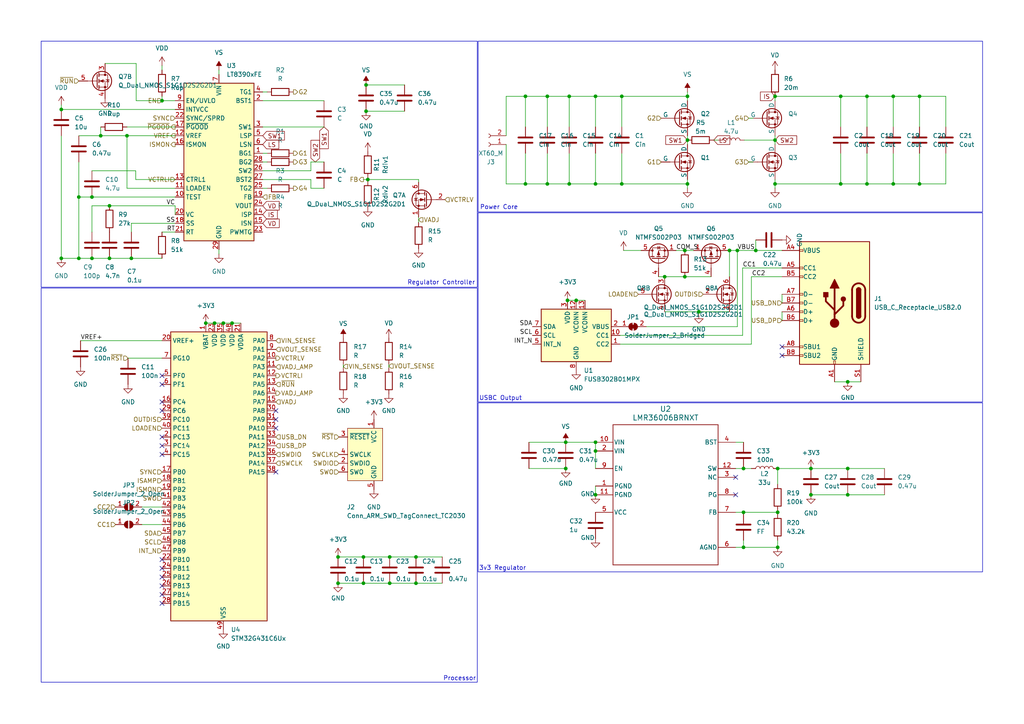
<source format=kicad_sch>
(kicad_sch (version 20230121) (generator eeschema)
  (paper "A4")
  (title_block (title "PD Charger") (date "2024-04-13") (rev "v1.0"))
  (junction (at 120.65 161.544))
  (junction (at 158.75 53.34))
  (junction (at 164.084 135.89))
  (junction (at 36.83 39.37))
  (junction (at 225.552 135.89))
  (junction (at 31.75 59.69))
  (junction (at 31.75 74.93))
  (junction (at 251.46 27.94))
  (junction (at 251.46 53.34))
  (junction (at 213.868 72.644))
  (junction (at 17.78 74.93))
  (junction (at 225.552 148.59))
  (junction (at 59.69 93.726))
  (junction (at 113.03 169.164))
  (junction (at 243.84 27.94))
  (junction (at 158.75 27.94))
  (junction (at 152.4 53.34))
  (junction (at 219.202 72.644))
  (junction (at 245.872 143.51))
  (junction (at 26.67 57.15))
  (junction (at 120.65 169.164))
  (junction (at 105.41 169.164))
  (junction (at 259.08 27.94))
  (junction (at 224.79 53.34))
  (junction (at 266.7 27.94))
  (junction (at 164.084 128.27))
  (junction (at 215.646 158.75))
  (junction (at 198.628 80.264))
  (junction (at 224.79 40.64))
  (junction (at 192.786 80.264))
  (junction (at 106.68 52.07))
  (junction (at 167.132 87.122))
  (junction (at 26.67 74.93))
  (junction (at 235.204 135.89))
  (junction (at 172.72 143.51))
  (junction (at 152.4 27.94))
  (junction (at 164.592 87.122))
  (junction (at 172.72 27.94))
  (junction (at 64.77 93.726))
  (junction (at 38.1 74.93))
  (junction (at 29.21 39.37))
  (junction (at 211.582 72.644))
  (junction (at 98.044 161.544))
  (junction (at 198.628 72.644))
  (junction (at 199.39 53.34))
  (junction (at 165.1 27.94))
  (junction (at 46.99 29.21))
  (junction (at 202.692 90.424))
  (junction (at 172.72 128.27))
  (junction (at 235.204 143.51))
  (junction (at 259.08 53.34))
  (junction (at 180.34 27.94))
  (junction (at 225.552 158.75))
  (junction (at 245.872 135.89))
  (junction (at 67.31 93.726))
  (junction (at 180.34 53.34))
  (junction (at 106.172 24.638))
  (junction (at 199.39 40.64))
  (junction (at 17.78 31.75))
  (junction (at 245.872 110.744))
  (junction (at 62.23 93.726))
  (junction (at 199.39 27.94))
  (junction (at 243.84 53.34))
  (junction (at 106.172 32.258))
  (junction (at 224.79 27.94))
  (junction (at 165.1 53.34))
  (junction (at 266.7 53.34))
  (junction (at 172.72 53.34))
  (junction (at 105.41 161.544))
  (junction (at 98.044 169.164))
  (junction (at 22.86 74.93))
  (junction (at 215.646 135.89))
  (junction (at 215.646 148.59))
  (junction (at 172.72 130.81))
  (junction (at 113.03 161.544))
  (junction (at 22.86 57.15))
  (no_connect (at 46.99 169.926))
  (no_connect (at 226.822 103.124))
  (no_connect (at 80.01 124.206))
  (no_connect (at 80.01 136.906))
  (no_connect (at 226.822 100.584))
  (no_connect (at 80.01 119.126))
  (no_connect (at 46.99 116.586))
  (no_connect (at 46.99 119.126))
  (no_connect (at 46.99 164.846))
  (no_connect (at 46.99 111.506))
  (no_connect (at 46.99 172.466))
  (no_connect (at 80.01 121.666))
  (no_connect (at 46.99 108.966))
  (no_connect (at 46.99 167.386))
  (no_connect (at 46.99 129.286))
  (no_connect (at 213.36 143.51))
  (no_connect (at 46.99 126.746))
  (no_connect (at 46.99 175.006))
  (no_connect (at 213.36 138.43))
  (no_connect (at 46.99 162.306))
  (no_connect (at 46.99 131.826))
  (wire (pts (xy 213.36 135.89) (xy 215.646 135.89)))
  (wire (pts (xy 105.41 169.164) (xy 113.03 169.164)))
  (wire (pts (xy 38.1 67.31) (xy 38.1 64.77)))
  (wire (pts (xy 180.848 72.644) (xy 185.928 72.644)))
  (wire (pts (xy 167.132 87.122) (xy 169.672 87.122)))
  (wire (pts (xy 199.39 52.07) (xy 199.39 53.34)))
  (wire (pts (xy 99.568 105.664) (xy 99.568 106.68)))
  (wire (pts (xy 251.46 44.45) (xy 251.46 53.34)))
  (wire (pts (xy 105.41 161.544) (xy 113.03 161.544)))
  (wire (pts (xy 50.8 54.61) (xy 36.83 54.61)))
  (wire (pts (xy 26.67 57.15) (xy 50.8 57.15)))
  (wire (pts (xy 50.8 59.69) (xy 50.8 62.23)))
  (wire (pts (xy 226.822 90.424) (xy 226.822 92.964)))
  (wire (pts (xy 158.75 53.34) (xy 165.1 53.34)))
  (wire (pts (xy 152.4 44.45) (xy 152.4 53.34)))
  (wire (pts (xy 199.39 26.67) (xy 199.39 27.94)))
  (wire (pts (xy 76.2 26.67) (xy 77.47 26.67)))
  (wire (pts (xy 36.83 54.61) (xy 36.83 39.37)))
  (wire (pts (xy 215.646 148.59) (xy 225.552 148.59)))
  (wire (pts (xy 67.31 93.726) (xy 69.85 93.726)))
  (wire (pts (xy 243.84 27.94) (xy 224.79 27.94)))
  (wire (pts (xy 180.34 36.83) (xy 180.34 27.94)))
  (wire (pts (xy 112.776 105.664) (xy 112.776 106.68)))
  (wire (pts (xy 225.552 148.082) (xy 225.552 148.59)))
  (wire (pts (xy 199.39 39.37) (xy 199.39 40.64)))
  (wire (pts (xy 165.1 53.34) (xy 172.72 53.34)))
  (wire (pts (xy 26.67 74.93) (xy 31.75 74.93)))
  (wire (pts (xy 251.46 27.94) (xy 243.84 27.94)))
  (wire (pts (xy 106.172 24.638) (xy 117.348 24.638)))
  (wire (pts (xy 120.65 169.164) (xy 128.27 169.164)))
  (wire (pts (xy 152.4 27.94) (xy 158.75 27.94)))
  (wire (pts (xy 29.21 36.83) (xy 29.21 39.37)))
  (wire (pts (xy 76.2 29.21) (xy 93.98 29.21)))
  (wire (pts (xy 202.692 90.424) (xy 211.582 90.424)))
  (wire (pts (xy 172.72 140.97) (xy 172.72 143.51)))
  (wire (pts (xy 245.872 135.89) (xy 256.54 135.89)))
  (wire (pts (xy 172.72 130.81) (xy 172.72 135.89)))
  (wire (pts (xy 165.1 36.83) (xy 165.1 27.94)))
  (wire (pts (xy 199.39 53.34) (xy 199.39 54.61)))
  (wire (pts (xy 266.7 53.34) (xy 259.08 53.34)))
  (wire (pts (xy 215.646 156.718) (xy 215.646 158.75)))
  (wire (pts (xy 213.36 148.59) (xy 215.646 148.59)))
  (wire (pts (xy 180.34 44.45) (xy 180.34 53.34)))
  (wire (pts (xy 39.497 18.415) (xy 39.497 29.21)))
  (wire (pts (xy 146.812 41.91) (xy 146.812 53.34)))
  (wire (pts (xy 38.1 64.77) (xy 50.8 64.77)))
  (wire (pts (xy 217.932 80.264) (xy 226.822 80.264)))
  (wire (pts (xy 62.23 93.726) (xy 64.77 93.726)))
  (wire (pts (xy 199.39 40.64) (xy 199.39 41.91)))
  (wire (pts (xy 153.416 135.89) (xy 164.084 135.89)))
  (wire (pts (xy 165.1 44.45) (xy 165.1 53.34)))
  (wire (pts (xy 46.99 19.05) (xy 46.99 20.32)))
  (wire (pts (xy 76.2 54.61) (xy 77.47 54.61)))
  (wire (pts (xy 235.204 143.51) (xy 245.872 143.51)))
  (wire (pts (xy 243.84 44.45) (xy 243.84 53.34)))
  (wire (pts (xy 251.46 36.83) (xy 251.46 27.94)))
  (wire (pts (xy 226.822 85.344) (xy 226.822 87.884)))
  (wire (pts (xy 153.416 128.27) (xy 164.084 128.27)))
  (wire (pts (xy 30.48 18.415) (xy 39.497 18.415)))
  (wire (pts (xy 22.86 39.37) (xy 29.21 39.37)))
  (wire (pts (xy 266.7 44.45) (xy 266.7 53.34)))
  (wire (pts (xy 198.628 72.644) (xy 201.168 72.644)))
  (wire (pts (xy 17.78 31.75) (xy 50.8 31.75)))
  (wire (pts (xy 90.17 54.61) (xy 93.98 54.61)))
  (wire (pts (xy 259.08 53.34) (xy 251.46 53.34)))
  (wire (pts (xy 217.17 46.99) (xy 218.44 46.99)))
  (wire (pts (xy 39.497 29.21) (xy 46.99 29.21)))
  (wire (pts (xy 113.03 161.544) (xy 120.65 161.544)))
  (wire (pts (xy 224.79 39.37) (xy 224.79 40.64)))
  (wire (pts (xy 39.37 49.53) (xy 39.37 52.07)))
  (wire (pts (xy 120.65 161.544) (xy 128.27 161.544)))
  (wire (pts (xy 243.84 36.83) (xy 243.84 27.94)))
  (wire (pts (xy 259.08 36.83) (xy 259.08 27.94)))
  (wire (pts (xy 22.86 74.93) (xy 17.78 74.93)))
  (wire (pts (xy 59.69 93.726) (xy 62.23 93.726)))
  (wire (pts (xy 192.786 90.424) (xy 202.692 90.424)))
  (wire (pts (xy 180.34 27.94) (xy 199.39 27.94)))
  (wire (pts (xy 76.2 49.53) (xy 90.17 49.53)))
  (wire (pts (xy 259.08 44.45) (xy 259.08 53.34)))
  (wire (pts (xy 259.08 27.94) (xy 251.46 27.94)))
  (wire (pts (xy 39.37 52.07) (xy 50.8 52.07)))
  (wire (pts (xy 41.148 147.066) (xy 46.99 147.066)))
  (wire (pts (xy 164.592 87.122) (xy 167.132 87.122)))
  (wire (pts (xy 31.75 74.93) (xy 38.1 74.93)))
  (wire (pts (xy 213.36 158.75) (xy 215.646 158.75)))
  (wire (pts (xy 121.412 52.07) (xy 121.412 52.832)))
  (wire (pts (xy 179.832 99.822) (xy 217.932 99.822)))
  (wire (pts (xy 90.17 46.99) (xy 93.98 46.99)))
  (wire (pts (xy 192.786 80.264) (xy 198.628 80.264)))
  (wire (pts (xy 172.72 27.94) (xy 180.34 27.94)))
  (wire (pts (xy 224.79 53.34) (xy 224.79 54.61)))
  (wire (pts (xy 213.868 72.644) (xy 219.202 72.644)))
  (wire (pts (xy 191.008 80.264) (xy 192.786 80.264)))
  (wire (pts (xy 46.99 27.94) (xy 46.99 29.21)))
  (wire (pts (xy 36.83 39.37) (xy 50.8 39.37)))
  (wire (pts (xy 199.39 27.94) (xy 199.39 29.21)))
  (wire (pts (xy 217.932 99.822) (xy 217.932 80.264)))
  (wire (pts (xy 207.01 40.64) (xy 208.28 40.64)))
  (wire (pts (xy 36.83 36.83) (xy 50.8 36.83)))
  (wire (pts (xy 38.1 74.93) (xy 46.99 74.93)))
  (wire (pts (xy 76.2 46.99) (xy 77.47 46.99)))
  (wire (pts (xy 215.646 158.75) (xy 225.552 158.75)))
  (wire (pts (xy 90.17 49.53) (xy 90.17 46.99)))
  (wire (pts (xy 63.5 72.39) (xy 63.5 73.66)))
  (wire (pts (xy 106.172 32.258) (xy 117.348 32.258)))
  (wire (pts (xy 46.99 67.31) (xy 50.8 67.31)))
  (wire (pts (xy 215.392 77.724) (xy 226.822 77.724)))
  (wire (pts (xy 106.68 51.562) (xy 106.68 52.07)))
  (wire (pts (xy 76.2 52.07) (xy 90.17 52.07)))
  (wire (pts (xy 245.872 110.744) (xy 249.682 110.744)))
  (wire (pts (xy 26.67 59.69) (xy 31.75 59.69)))
  (wire (pts (xy 211.582 72.644) (xy 213.868 72.644)))
  (wire (pts (xy 219.202 69.596) (xy 219.202 72.644)))
  (wire (pts (xy 202.692 91.186) (xy 202.692 90.424)))
  (wire (pts (xy 225.552 135.89) (xy 235.204 135.89)))
  (wire (pts (xy 165.1 27.94) (xy 172.72 27.94)))
  (wire (pts (xy 152.4 53.34) (xy 158.75 53.34)))
  (wire (pts (xy 215.646 135.89) (xy 217.932 135.89)))
  (wire (pts (xy 213.868 72.644) (xy 213.868 94.742)))
  (wire (pts (xy 245.872 143.51) (xy 256.54 143.51)))
  (wire (pts (xy 215.646 148.59) (xy 215.646 149.098)))
  (wire (pts (xy 76.2 44.45) (xy 77.47 44.45)))
  (wire (pts (xy 215.392 97.282) (xy 215.392 77.724)))
  (wire (pts (xy 22.86 57.15) (xy 22.86 74.93)))
  (wire (pts (xy 187.452 94.742) (xy 213.868 94.742)))
  (wire (pts (xy 105.41 52.07) (xy 106.68 52.07)))
  (wire (pts (xy 22.86 74.93) (xy 26.67 74.93)))
  (wire (pts (xy 37.1348 103.886) (xy 46.99 103.886)))
  (wire (pts (xy 243.84 53.34) (xy 224.79 53.34)))
  (wire (pts (xy 225.552 148.59) (xy 225.552 149.098)))
  (wire (pts (xy 23.368 98.806) (xy 46.99 98.806)))
  (wire (pts (xy 242.062 110.744) (xy 245.872 110.744)))
  (wire (pts (xy 172.72 128.27) (xy 172.72 130.81)))
  (wire (pts (xy 121.412 62.992) (xy 121.412 64.516)))
  (wire (pts (xy 196.088 72.644) (xy 198.628 72.644)))
  (wire (pts (xy 158.75 27.94) (xy 165.1 27.94)))
  (wire (pts (xy 274.32 27.94) (xy 266.7 27.94)))
  (wire (pts (xy 64.77 93.726) (xy 67.31 93.726)))
  (wire (pts (xy 224.79 40.64) (xy 224.79 41.91)))
  (wire (pts (xy 274.32 44.45) (xy 274.32 53.34)))
  (wire (pts (xy 235.204 135.89) (xy 245.872 135.89)))
  (wire (pts (xy 274.32 36.83) (xy 274.32 27.94)))
  (wire (pts (xy 26.67 49.53) (xy 39.37 49.53)))
  (wire (pts (xy 106.68 52.07) (xy 121.412 52.07)))
  (wire (pts (xy 225.552 135.89) (xy 225.552 140.462)))
  (wire (pts (xy 152.4 36.83) (xy 152.4 27.94)))
  (wire (pts (xy 224.79 52.07) (xy 224.79 53.34)))
  (wire (pts (xy 224.79 27.94) (xy 224.79 29.21)))
  (wire (pts (xy 180.34 53.34) (xy 199.39 53.34)))
  (wire (pts (xy 26.67 67.31) (xy 26.67 59.69)))
  (wire (pts (xy 146.812 27.94) (xy 146.812 39.37)))
  (wire (pts (xy 225.552 156.718) (xy 225.552 158.75)))
  (wire (pts (xy 17.78 39.37) (xy 17.78 74.93)))
  (wire (pts (xy 29.21 39.37) (xy 36.83 39.37)))
  (wire (pts (xy 274.32 53.34) (xy 266.7 53.34)))
  (wire (pts (xy 22.86 46.99) (xy 22.86 57.15)))
  (wire (pts (xy 106.68 52.07) (xy 106.68 52.578)))
  (wire (pts (xy 179.832 97.282) (xy 215.392 97.282)))
  (wire (pts (xy 22.86 57.15) (xy 26.67 57.15)))
  (wire (pts (xy 90.17 52.07) (xy 90.17 54.61)))
  (wire (pts (xy 31.75 59.69) (xy 50.8 59.69)))
  (wire (pts (xy 172.72 53.34) (xy 180.34 53.34)))
  (wire (pts (xy 215.9 40.64) (xy 224.79 40.64)))
  (wire (pts (xy 158.75 36.83) (xy 158.75 27.94)))
  (wire (pts (xy 113.03 169.164) (xy 120.65 169.164)))
  (wire (pts (xy 266.7 36.83) (xy 266.7 27.94)))
  (wire (pts (xy 198.628 80.264) (xy 206.248 80.264)))
  (wire (pts (xy 146.812 27.94) (xy 152.4 27.94)))
  (wire (pts (xy 63.5 20.32) (xy 63.5 21.59)))
  (wire (pts (xy 41.148 152.146) (xy 46.99 152.146)))
  (wire (pts (xy 172.72 44.45) (xy 172.72 53.34)))
  (wire (pts (xy 266.7 27.94) (xy 259.08 27.94)))
  (wire (pts (xy 251.46 53.34) (xy 243.84 53.34)))
  (wire (pts (xy 213.36 128.27) (xy 215.646 128.27)))
  (wire (pts (xy 17.78 30.48) (xy 17.78 31.75)))
  (wire (pts (xy 98.044 161.544) (xy 105.41 161.544)))
  (wire (pts (xy 46.99 29.21) (xy 50.8 29.21)))
  (wire (pts (xy 211.582 72.644) (xy 211.328 72.644)))
  (wire (pts (xy 146.812 53.34) (xy 152.4 53.34)))
  (wire (pts (xy 217.17 34.29) (xy 218.44 34.29)))
  (wire (pts (xy 98.044 169.164) (xy 105.41 169.164)))
  (wire (pts (xy 226.822 72.644) (xy 219.202 72.644)))
  (wire (pts (xy 172.72 36.83) (xy 172.72 27.94)))
  (wire (pts (xy 76.2 36.83) (xy 93.98 36.83)))
  (wire (pts (xy 211.582 80.264) (xy 211.582 72.644)))
  (wire (pts (xy 164.084 128.27) (xy 172.72 128.27)))
  (wire (pts (xy 158.75 44.45) (xy 158.75 53.34)))
  (rectangle (start 11.938 11.938) (end 138.43 83.312))
  (rectangle (start 138.684 116.84) (end 284.988 165.862))
  (rectangle (start 138.684 11.938) (end 284.988 61.468))
  (rectangle (start 138.684 61.722) (end 284.988 116.586))
  (rectangle (start 11.938 83.566) (end 138.43 197.866))
  (text "3v3 Regulator" (at 138.938 165.608 0) (effects (font (size 1.27 1.27)) (justify left bottom)))
  (text "Processor" (at 128.524 197.612 0) (effects (font (size 1.27 1.27)) (justify left bottom)))
  (text "Power Core" (at 139.192 60.96 0) (effects (font (size 1.27 1.27)) (justify left bottom)))
  (text "Regulator Controller" (at 118.11 82.804 0) (effects (font (size 1.27 1.27)) (justify left bottom)))
  (text "USBC Output" (at 138.938 116.332 0) (effects (font (size 1.27 1.27)) (justify left bottom)))
  (label "VC" (at 50.8 59.69 180))
  (label "SS" (at 50.8 64.77 180))
  (label "COM_S" (at 196.088 72.644 0))
  (label "CC2" (at 218.059 80.264 0))
  (label "SCL" (at 154.432 97.282 180))
  (label "VBUS" (at 213.868 72.644 0))
  (label "INT_N" (at 154.432 99.822 180))
  (label "RT" (at 50.8 67.31 180))
  (label "VREF+" (at 23.368 98.806 0))
  (label "SDA" (at 154.432 94.742 180))
  (label "CC1" (at 215.392 77.724 0))
  (global_label "SW2" (shape input) (at 224.79 40.64 0) (property "Intersheetrefs" "${INTERSHEET_REFS}" (effects hide)))
  (global_label "SW1" (shape input) (at 199.39 40.64 180) (property "Intersheetrefs" "${INTERSHEET_REFS}" (effects hide)))
  (global_label "VD" (shape input) (at 76.2 59.69 0) (property "Intersheetrefs" "${INTERSHEET_REFS}" (effects hide)))
  (global_label "SW1" (shape input) (at 76.2 39.37 0) (property "Intersheetrefs" "${INTERSHEET_REFS}" (effects hide)))
  (global_label "IS" (shape input) (at 76.2 62.23 0) (property "Intersheetrefs" "${INTERSHEET_REFS}" (effects hide)))
  (global_label "SW2" (shape input) (at 91.44 46.99 90) (property "Intersheetrefs" "${INTERSHEET_REFS}" (effects hide)))
  (global_label "IS" (shape input) (at 224.79 27.94 180) (property "Intersheetrefs" "${INTERSHEET_REFS}" (effects hide)))
  (global_label "SW1" (shape input) (at 93.98 36.83 270) (property "Intersheetrefs" "${INTERSHEET_REFS}" (effects hide)))
  (global_label "LS" (shape input) (at 76.2 41.91 0) (property "Intersheetrefs" "${INTERSHEET_REFS}" (effects hide)))
  (global_label "LS" (shape input) (at 207.01 40.64 0) (property "Intersheetrefs" "${INTERSHEET_REFS}" (effects hide)))
  (global_label "VD" (shape input) (at 76.2 64.77 0) (property "Intersheetrefs" "${INTERSHEET_REFS}" (effects hide)))
  (hierarchical_label "USB_DN" (shape input) (at 226.822 87.884 180))
  (hierarchical_label "G4" (shape output) (at 85.09 54.61 0))
  (hierarchical_label "G2" (shape output) (at 85.09 26.67 0))
  (hierarchical_label "G4" (shape input) (at 217.17 34.29 180))
  (hierarchical_label "USB_DP" (shape input) (at 80.01 129.286 0))
  (hierarchical_label "EN" (shape input) (at 46.99 29.21 180) (property "Netclass" "Default" (effects hide)))
  (hierarchical_label "LOADEN" (shape input) (at 46.99 124.206 180))
  (hierarchical_label "VADJ" (shape input) (at 80.01 116.586 0))
  (hierarchical_label "SWO" (shape input) (at 98.298 136.906 180))
  (hierarchical_label "SWCLK" (shape input) (at 98.298 131.826 180))
  (hierarchical_label "G2" (shape input) (at 191.77 34.29 180))
  (hierarchical_label "VIN_SENSE" (shape input) (at 99.568 106.299 0))
  (hierarchical_label "CC2" (shape input) (at 33.528 147.066 180))
  (hierarchical_label "VCTRLV" (shape input) (at 129.032 57.912 0))
  (hierarchical_label "ISAMP" (shape input) (at 46.99 139.446 180))
  (hierarchical_label "SWDIO" (shape input) (at 80.01 131.826 0))
  (hierarchical_label "~{RUN}" (shape input) (at 22.86 23.495 180))
  (hierarchical_label "~{RUN}" (shape input) (at 80.01 111.506 0))
  (hierarchical_label "VOUT_SENSE" (shape input) (at 80.01 101.346 0))
  (hierarchical_label "G3" (shape output) (at 85.09 46.99 0))
  (hierarchical_label "OUTDIS" (shape input) (at 203.962 85.344 180))
  (hierarchical_label "SCL" (shape input) (at 46.99 157.226 180))
  (hierarchical_label "~{RST}" (shape input) (at 37.1348 103.886 180))
  (hierarchical_label "ISMON" (shape input) (at 46.99 141.986 180))
  (hierarchical_label "VREF" (shape output) (at 50.8 39.37 180))
  (hierarchical_label "G1" (shape input) (at 191.77 46.99 180))
  (hierarchical_label "VCTRLI" (shape input) (at 50.8 52.07 180))
  (hierarchical_label "~{PGOOD}" (shape output) (at 50.8 36.83 180))
  (hierarchical_label "~{RST}" (shape input) (at 98.298 126.746 180))
  (hierarchical_label "CC1" (shape input) (at 33.528 152.146 180))
  (hierarchical_label "VOUT_SENSE" (shape input) (at 112.776 106.172 0))
  (hierarchical_label "USB_DP" (shape input) (at 226.822 92.964 180))
  (hierarchical_label "G3" (shape input) (at 217.17 46.99 180))
  (hierarchical_label "LOADEN" (shape input) (at 185.166 85.344 180))
  (hierarchical_label "VADJ" (shape input) (at 121.412 63.754 0))
  (hierarchical_label "FB" (shape input) (at 76.2 57.15 0))
  (hierarchical_label "VCTRLI" (shape output) (at 80.01 108.966 0))
  (hierarchical_label "G1" (shape output) (at 85.09 44.45 0))
  (hierarchical_label "SYNC" (shape input) (at 46.99 136.906 180))
  (hierarchical_label "VCTRLV" (shape output) (at 80.01 103.886 0))
  (hierarchical_label "SYNC" (shape input) (at 50.8 34.29 180))
  (hierarchical_label "VADJ_AMP" (shape input) (at 80.01 106.426 0))
  (hierarchical_label "FB" (shape output) (at 105.41 52.07 180))
  (hierarchical_label "SDA" (shape input) (at 46.99 154.686 180))
  (hierarchical_label "VADJ_AMP" (shape output) (at 80.01 114.046 0))
  (hierarchical_label "ISMON" (shape output) (at 50.8 41.91 180))
  (hierarchical_label "SWDIO" (shape input) (at 98.298 134.366 180))
  (hierarchical_label "USB_DN" (shape input) (at 80.01 126.746 0))
  (hierarchical_label "SWO" (shape input) (at 46.99 144.526 180))
  (hierarchical_label "OUTDIS" (shape input) (at 46.99 121.666 180))
  (hierarchical_label "SWCLK" (shape input) (at 80.01 134.366 0))
  (hierarchical_label "INT_N" (shape input) (at 46.99 159.766 180))
  (hierarchical_label "VIN_SENSE" (shape input) (at 80.01 98.806 0))
  (symbol (lib_id "power:GND") (at 106.172 32.258 0) (unit 1)
    (property "Reference" "#PWR039" (effects hide))
    (property "Value" "GND" (at 106.172 36.576 0))
  )
  (symbol (lib_id "Device:C") (at 120.65 165.354 0) (unit 1)
    (property "Reference" "C24" (at 122.428 162.814 0) (effects (justify left)))
    (property "Value" "0.1u" (at 122.428 167.894 0) (effects (justify left)))
    (property "Footprint" "Capacitor_SMD:C_0603_1608Metric" (effects hide))
  )
  (symbol (lib_id "Device:C") (at 164.084 132.08 180) (unit 1)
    (property "Reference" "C31" (at 167.894 130.81 0) (effects (justify right)))
    (property "Value" "0.47u" (at 167.894 133.35 0) (effects (justify right)))
    (property "Footprint" "Capacitor_SMD:C_0805_2012Metric" (effects hide))
  )
  (symbol (lib_id "2024-04-12_02-42-06:LMR36006BRNXT") (at 193.04 143.51 0) (unit 1)
    (property "Reference" "U2" (at 193.04 118.618 0) (effects (font (size 1.524 1.524))))
    (property "Value" "LMR36006BRNXT" (at 193.04 121.158 0) (effects (font (size 1.524 1.524))))
    (property "Footprint" "Library:RNX0012B" (effects hide))
    (property "Datasheet" "LMR36006BRNXT" (effects hide))
  )
  (symbol (lib_id "power:+3V3") (at 98.044 161.544 0) (unit 1)
    (property "Reference" "#PWR028" (effects hide))
    (property "Value" "+3V3" (at 98.044 156.464 0))
  )
  (symbol (lib_id "Device:C") (at 245.872 139.7 0) (unit 1)
    (property "Reference" "C28" (at 249.682 138.43 0) (effects (justify left)))
    (property "Value" "Cout" (at 249.682 140.97 0) (effects (justify left)))
    (property "Footprint" "Capacitor_SMD:C_1206_3216Metric" (effects hide))
  )
  (symbol (lib_id "Device:C") (at 31.75 71.12 0) (unit 1)
    (property "Reference" "C8" (at 30.48 77.47 0) (effects (justify left)))
    (property "Value" "4.7n" (at 30.48 80.01 0) (effects (justify left)))
    (property "Footprint" "Capacitor_SMD:C_0603_1608Metric" (effects hide))
  )
  (symbol (lib_id "power:VD") (at 224.79 20.32 0) (unit 1)
    (property "Reference" "#PWR04" (effects hide))
    (property "Value" "VD" (at 224.79 16.002 0))
  )
  (symbol (lib_id "Device:R") (at 81.28 54.61 90) (unit 1)
    (property "Reference" "R4" (at 81.28 57.15 90))
    (property "Value" "R" (at 81.28 59.69 90))
    (property "Footprint" "Resistor_SMD:R_0603_1608Metric" (effects hide))
  )
  (symbol (lib_id "Device:L") (at 212.09 40.64 90) (unit 1)
    (property "Reference" "L1" (at 212.09 35.56 90))
    (property "Value" "4.7u" (at 212.09 38.1 90))
    (property "Footprint" "Inductor_SMD:L_Vishay_IHLP-6767" (effects hide))
    (property "Datasheet" "https://www.vishay.com/docs/34282/ihlp-6767gz-11.pdf" (effects hide))
  )
  (symbol (lib_id "Device:C") (at 223.012 69.596 270) (unit 1)
    (property "Reference" "C22" (at 221.234 73.914 90) (effects (justify left)))
    (property "Value" "0.47u" (at 221.234 76.454 90) (effects (justify left)))
    (property "Footprint" "Capacitor_SMD:C_0805_2012Metric" (effects hide))
  )
  (symbol (lib_id "Device:C") (at 113.03 165.354 0) (unit 1)
    (property "Reference" "C23" (at 114.808 162.814 0) (effects (justify left)))
    (property "Value" "0.1u" (at 114.808 167.894 0) (effects (justify left)))
    (property "Footprint" "Capacitor_SMD:C_0603_1608Metric" (effects hide))
  )
  (symbol (lib_id "power:GND") (at 106.68 60.198 0) (unit 1)
    (property "Reference" "#PWR010" (effects hide))
    (property "Value" "GND" (at 106.68 65.278 0))
  )
  (symbol (lib_id "power:VD") (at 106.68 43.942 0) (unit 1)
    (property "Reference" "#PWR011" (effects hide))
    (property "Value" "VD" (at 106.68 38.862 0))
  )
  (symbol (lib_id "Connector:Conn_01x02_Socket") (at 141.732 41.91 180) (unit 1)
    (property "Reference" "J3" (at 142.367 46.99 0))
    (property "Value" "XT60_M" (at 142.367 44.45 0))
    (property "Footprint" "Connector_AMASS:AMASS_XT60PW-M_1x02_P7.20mm_Horizontal" (effects hide))
  )
  (symbol (lib_id "Device:C") (at 26.67 71.12 0) (unit 1)
    (property "Reference" "C9" (at 24.13 77.47 0) (effects (justify left)))
    (property "Value" "100p" (at 24.13 80.01 0) (effects (justify left)))
    (property "Footprint" "Capacitor_SMD:C_0603_1608Metric" (effects hide))
  )
  (symbol (lib_id "power:GND") (at 172.72 156.21 0) (unit 1)
    (property "Reference" "#PWR037" (effects hide))
    (property "Value" "GND" (at 170.434 155.956 0))
  )
  (symbol (lib_id "Device:C") (at 128.27 165.354 0) (unit 1)
    (property "Reference" "C25" (at 130.048 162.814 0) (effects (justify left)))
    (property "Value" "0.47u" (at 130.048 167.894 0) (effects (justify left)))
    (property "Footprint" "Capacitor_SMD:C_0603_1608Metric" (effects hide))
  )
  (symbol (lib_id "Device:C") (at 180.34 40.64 0) (unit 1)
    (property "Reference" "C1" (at 184.15 39.37 0) (effects (justify left)))
    (property "Value" "Cin" (at 184.15 41.91 0) (effects (justify left)))
    (property "Footprint" "Capacitor_SMD:CP_Elec_10x7.9" (effects hide))
  )
  (symbol (lib_id "Device:C") (at 106.172 28.448 180) (unit 1)
    (property "Reference" "C35" (at 109.982 27.178 0) (effects (justify right)))
    (property "Value" "0.47u" (at 109.982 29.718 0) (effects (justify right)))
    (property "Footprint" "Capacitor_SMD:C_0805_2012Metric" (effects hide))
  )
  (symbol (lib_id "power:+3V3") (at 235.204 135.89 0) (unit 1)
    (property "Reference" "#PWR036" (effects hide))
    (property "Value" "+3V3" (at 235.204 131.318 0))
  )
  (symbol (lib_id "power:VD") (at 112.776 98.044 0) (unit 1)
    (property "Reference" "#PWR020" (effects hide))
    (property "Value" "VD" (at 112.776 93.726 0))
  )
  (symbol (lib_id "power:GND") (at 23.368 106.426 0) (unit 1)
    (property "Reference" "#PWR030" (effects hide))
    (property "Value" "GND" (at 23.368 111.506 0))
  )
  (symbol (lib_id "power:GND") (at 172.72 143.51 0) (unit 1)
    (property "Reference" "#PWR033" (effects hide))
    (property "Value" "GND" (at 170.434 143.256 0))
  )
  (symbol (lib_id "Transistor_FET:AON6411") (at 191.008 75.184 90) (unit 1)
    (property "Reference" "Q5" (at 191.008 66.294 90))
    (property "Value" "NTMFS002P03" (at 191.008 68.834 90))
    (property "Footprint" "Package_DFN_QFN:AO_DFN-8-1EP_5.55x5.2mm_P1.27mm_EP4.12x4.6mm" (effects hide))
    (property "Datasheet" "http://www.aosmd.com/res/data_sheets/AON6411.pdf" (effects hide))
    (property "Sim.Device" "PMOS" (effects hide))
    (property "Sim.Type" "VDMOS" (effects hide))
    (property "Sim.Pins" "1=D 2=G 3=S" (effects hide))
  )
  (symbol (lib_id "Device:C") (at 235.204 139.7 0) (unit 1)
    (property "Reference" "C27" (at 239.014 138.43 0) (effects (justify left)))
    (property "Value" "Cout" (at 239.014 140.97 0) (effects (justify left)))
    (property "Footprint" "Capacitor_SMD:C_1206_3216Metric" (effects hide))
  )
  (symbol (lib_id "power:GND") (at 225.552 158.75 0) (unit 1)
    (property "Reference" "#PWR031" (effects hide))
    (property "Value" "GND" (at 225.552 164.084 0))
  )
  (symbol (lib_id "Simulation_SPICE:NMOS") (at 196.85 34.29 0) (unit 1)
    (property "Reference" "Q2" (at 203.2 33.02 0) (effects (justify left)))
    (property "Value" "NMOS" (effects hide))
    (property "Footprint" "Library:ECP2302" (effects hide))
    (property "Datasheet" "https://ngspice.sourceforge.io/docs/ngspice-manual.pdf" (effects hide))
    (property "Sim.Device" "NMOS" (effects hide))
    (property "Sim.Type" "VDMOS" (effects hide))
    (property "Sim.Pins" "1=D 2=G 3=S" (effects hide))
  )
  (symbol (lib_id "Device:R") (at 99.568 101.854 0) (unit 1)
    (property "Reference" "R17" (at 102.489 100.584 0) (effects (justify left)))
    (property "Value" "R" (at 102.489 103.124 0) (effects (justify left)))
    (property "Footprint" "Resistor_SMD:R_0603_1608Metric" (effects hide))
  )
  (symbol (lib_id "Device:C") (at 274.32 40.64 0) (unit 1)
    (property "Reference" "C21" (at 278.13 39.37 0) (effects (justify left)))
    (property "Value" "Cout" (at 278.13 41.91 0) (effects (justify left)))
    (property "Footprint" "Capacitor_SMD:C_1206_3216Metric" (effects hide))
  )
  (symbol (lib_id "Device:C") (at 22.86 43.18 0) (unit 1)
    (property "Reference" "C6" (at 26.67 41.91 0) (effects (justify left)))
    (property "Value" "0.47u" (at 26.67 44.45 0) (effects (justify left)))
    (property "Footprint" "Capacitor_SMD:C_0603_1608Metric" (effects hide))
  )
  (symbol (lib_id "Device:R") (at 99.568 110.49 0) (unit 1)
    (property "Reference" "R18" (at 102.489 109.22 0) (effects (justify left)))
    (property "Value" "R" (at 102.489 111.76 0) (effects (justify left)))
    (property "Footprint" "Resistor_SMD:R_0603_1608Metric" (effects hide))
  )
  (symbol (lib_id "power:GND") (at 121.412 72.136 0) (unit 1)
    (property "Reference" "#PWR018" (effects hide))
    (property "Value" "GND" (at 121.412 76.962 0))
  )
  (symbol (lib_id "power:GND") (at 63.5 73.66 0) (unit 1)
    (property "Reference" "#PWR05" (effects hide))
    (property "Value" "GND" (at 63.5 78.74 0))
  )
  (symbol (lib_id "power:VS") (at 99.568 98.044 0) (unit 1)
    (property "Reference" "#PWR022" (effects hide))
    (property "Value" "VS" (at 99.568 93.853 0))
  )
  (symbol (lib_id "Device:R") (at 198.628 76.454 0) (unit 1)
    (property "Reference" "R13" (at 201.168 75.184 0) (effects (justify left)))
    (property "Value" "51k" (at 201.168 77.724 0) (effects (justify left)))
    (property "Footprint" "Resistor_SMD:R_0603_1608Metric" (effects hide))
  )
  (symbol (lib_id "power:VDD") (at 46.99 19.05 0) (unit 1)
    (property "Reference" "#PWR07" (effects hide))
    (property "Value" "VDD" (at 46.99 13.97 0))
  )
  (symbol (lib_id "Device:R") (at 106.68 47.752 180) (unit 1)
    (property "Reference" "R11" (at 109.22 47.752 90))
    (property "Value" "Rdiv1" (at 111.76 47.752 90))
    (property "Footprint" "Resistor_SMD:R_0603_1608Metric" (effects hide))
  )
  (symbol (lib_id "Driver_LED:LT8391xFE") (at 63.5 46.99 0) (unit 1)
    (property "Reference" "U3" (at 65.6941 19.05 0) (effects (justify left)))
    (property "Value" "LT8390xFE" (at 65.6941 21.59 0) (effects (justify left)))
    (property "Footprint" "Package_SO:TSSOP-28-1EP_4.4x9.7mm_P0.65mm" (effects hide))
    (property "Datasheet" "https://www.analog.com/media/en/technical-documentation/data-sheets/lt8390.pdf" (effects hide))
  )
  (symbol (lib_id "power:+3V3") (at 164.592 87.122 0) (unit 1)
    (property "Reference" "#PWR040" (effects hide))
    (property "Value" "+3V3" (at 164.592 81.788 0))
  )
  (symbol (lib_id "power:GND") (at 226.822 69.596 90) (unit 1)
    (property "Reference" "#PWR016" (effects hide))
    (property "Value" "GND" (at 231.902 69.596 0))
  )
  (symbol (lib_id "Device:C") (at 105.41 165.354 0) (unit 1)
    (property "Reference" "C13" (at 107.188 162.814 0) (effects (justify left)))
    (property "Value" "0.1u" (at 107.188 167.894 0) (effects (justify left)))
    (property "Footprint" "Capacitor_SMD:C_0603_1608Metric" (effects hide))
  )
  (symbol (lib_id "Device:R") (at 203.2 40.64 90) (unit 1)
    (property "Reference" "R5" (at 203.2 35.56 90))
    (property "Value" "5m" (at 203.2 38.1 90))
    (property "Footprint" "Resistor_SMD:R_1206_3216Metric" (effects hide))
    (property "Datasheet" "https://www.ohmite.com/assets/docs/res_lvt.pdf?r=false" (effects hide))
  )
  (symbol (lib_id "Device:C") (at 172.72 40.64 0) (unit 1)
    (property "Reference" "C14" (at 176.53 39.37 0) (effects (justify left)))
    (property "Value" "Cin" (at 176.53 41.91 0) (effects (justify left)))
    (property "Footprint" "Capacitor_SMD:C_1206_3216Metric" (effects hide))
  )
  (symbol (lib_id "MCU_ST_STM32G4:STM32G431C6Ux") (at 62.23 139.446 0) (unit 1)
    (property "Reference" "U4" (at 66.9641 182.626 0) (effects (justify left)))
    (property "Value" "STM32G431C6Ux" (at 66.9641 185.166 0) (effects (justify left)))
    (property "Footprint" "Package_DFN_QFN:QFN-48-1EP_7x7mm_P0.5mm_EP5.6x5.6mm" (effects hide))
    (property "Datasheet" "https://www.st.com/resource/en/datasheet/stm32g431c6.pdf" (effects hide))
  )
  (symbol (lib_id "Device:C") (at 251.46 40.64 0) (unit 1)
    (property "Reference" "C18" (at 255.27 39.37 0) (effects (justify left)))
    (property "Value" "Cout" (at 255.27 41.91 0) (effects (justify left)))
    (property "Footprint" "Capacitor_SMD:C_1206_3216Metric" (effects hide))
  )
  (symbol (lib_id "Device:C") (at 23.368 102.616 0) (unit 1)
    (property "Reference" "C26" (at 27.178 101.346 0) (effects (justify left)))
    (property "Value" "100n" (at 27.178 103.886 0) (effects (justify left)))
    (property "Footprint" "Capacitor_SMD:C_0603_1608Metric" (effects hide))
  )
  (symbol (lib_id "Device:C") (at 38.1 71.12 0) (unit 1)
    (property "Reference" "C7" (at 36.83 78.74 0) (effects (justify left)))
    (property "Value" "0.1u" (at 36.83 81.28 0) (effects (justify left)))
    (property "Footprint" "Capacitor_SMD:C_0603_1608Metric" (effects hide))
  )
  (symbol (lib_id "Device:C") (at 117.348 28.448 180) (unit 1)
    (property "Reference" "C36" (at 121.158 27.178 0) (effects (justify right)))
    (property "Value" "0.47u" (at 121.158 29.718 0) (effects (justify right)))
    (property "Footprint" "Capacitor_SMD:C_0805_2012Metric" (effects hide))
  )
  (symbol (lib_id "Device:C") (at 243.84 40.64 0) (unit 1)
    (property "Reference" "C2" (at 247.65 39.37 0) (effects (justify left)))
    (property "Value" "Cout" (at 247.65 41.91 0) (effects (justify left)))
    (property "Footprint" "Capacitor_SMD:CP_Elec_10x7.9" (effects hide))
  )
  (symbol (lib_id "power:GND") (at 98.044 169.164 0) (unit 1)
    (property "Reference" "#PWR029" (effects hide))
    (property "Value" "GND" (at 98.044 173.482 0))
  )
  (symbol (lib_id "Device:R") (at 81.28 26.67 90) (unit 1)
    (property "Reference" "R2" (at 81.28 20.32 90))
    (property "Value" "R" (at 81.28 22.86 90))
    (property "Footprint" "Resistor_SMD:R_0603_1608Metric" (effects hide))
  )
  (symbol (lib_id "Simulation_SPICE:NMOS") (at 222.25 46.99 0) (unit 1)
    (property "Reference" "Q3" (at 228.6 45.72 0) (effects (justify left)))
    (property "Value" "NMOS" (effects hide))
    (property "Footprint" "Library:ECP2302" (effects hide))
    (property "Datasheet" "https://ngspice.sourceforge.io/docs/ngspice-manual.pdf" (effects hide))
    (property "Sim.Device" "NMOS" (effects hide))
    (property "Sim.Type" "VDMOS" (effects hide))
    (property "Sim.Pins" "1=D 2=G 3=S" (effects hide))
  )
  (symbol (lib_id "Device:C") (at 153.416 132.08 180) (unit 1)
    (property "Reference" "C30" (at 157.226 130.81 0) (effects (justify right)))
    (property "Value" "0.47u" (at 157.226 133.35 0) (effects (justify right)))
    (property "Footprint" "Capacitor_SMD:C_0805_2012Metric" (effects hide))
  )
  (symbol (lib_id "Jumper:SolderJumper_2_Bridged") (at 183.642 94.742 0) (unit 1)
    (property "Reference" "JP1" (at 183.642 91.948 0))
    (property "Value" "SolderJumper_2_Bridged" (at 192.786 97.282 0))
    (property "Footprint" "Jumper:SolderJumper-2_P1.3mm_Bridged2Bar_RoundedPad1.0x1.5mm" (effects hide))
  )
  (symbol (lib_id "power:GND") (at 112.776 114.3 0) (unit 1)
    (property "Reference" "#PWR021" (effects hide))
    (property "Value" "GND" (at 112.776 119.126 0))
  )
  (symbol (lib_id "Device:C") (at 158.75 40.64 0) (unit 1)
    (property "Reference" "C16" (at 162.56 39.37 0) (effects (justify left)))
    (property "Value" "Cin" (at 162.56 41.91 0) (effects (justify left)))
    (property "Footprint" "Capacitor_SMD:C_1206_3216Metric" (effects hide))
  )
  (symbol (lib_id "Transistor_FET:AON6411") (at 206.248 75.184 270) (mirror x) (unit 1)
    (property "Reference" "Q6" (at 206.248 66.294 90))
    (property "Value" "NTMFS002P03" (at 206.248 68.834 90))
    (property "Footprint" "Package_DFN_QFN:AO_DFN-8-1EP_5.55x5.2mm_P1.27mm_EP4.12x4.6mm" (effects hide))
    (property "Datasheet" "http://www.aosmd.com/res/data_sheets/AON6411.pdf" (effects hide))
    (property "Sim.Device" "PMOS" (effects hide))
    (property "Sim.Type" "VDMOS" (effects hide))
    (property "Sim.Pins" "1=D 2=G 3=S" (effects hide))
  )
  (symbol (lib_id "power:GND") (at 199.39 54.61 0) (unit 1)
    (property "Reference" "#PWR01" (effects hide))
    (property "Value" "GND" (at 199.39 59.69 0))
  )
  (symbol (lib_id "Device:C") (at 93.98 50.8 0) (unit 1)
    (property "Reference" "C4" (at 97.79 49.53 0) (effects (justify left)))
    (property "Value" "C" (at 97.79 52.07 0) (effects (justify left)))
    (property "Footprint" "Capacitor_SMD:C_0805_2012Metric" (effects hide))
  )
  (symbol (lib_id "Connector:Conn_ARM_SWD_TagConnect_TC2030") (at 105.918 131.826 0) (mirror y) (unit 1) (in_bom no)
    (property "Reference" "J2" (at 100.584 147.066 0) (effects (justify right)))
    (property "Value" "Conn_ARM_SWD_TagConnect_TC2030" (at 100.584 149.606 0) (effects (justify right)))
    (property "Footprint" "Connector:Tag-Connect_TC2030-IDC-FP_2x03_P1.27mm_Vertical" (effects hide))
    (property "Datasheet" "https://www.tag-connect.com/wp-content/uploads/bsk-pdf-manager/TC2030-CTX_1.pdf" (effects hide))
  )
  (symbol (lib_id "Device:R") (at 225.552 144.272 0) (unit 1)
    (property "Reference" "R19" (at 228.092 143.002 0) (effects (justify left)))
    (property "Value" "100k" (at 228.092 145.542 0) (effects (justify left)))
    (property "Footprint" "Resistor_SMD:R_0603_1608Metric" (effects hide))
  )
  (symbol (lib_id "power:GND") (at 167.132 107.442 0) (unit 1)
    (property "Reference" "#PWR014" (effects hide))
    (property "Value" "GND" (at 167.132 112.522 0))
  )
  (symbol (lib_id "Simulation_SPICE:NMOS") (at 222.25 34.29 0) (unit 1)
    (property "Reference" "Q4" (at 228.6 33.02 0) (effects (justify left)))
    (property "Value" "NMOS" (effects hide))
    (property "Footprint" "Library:ECP2302" (effects hide))
    (property "Datasheet" "https://ngspice.sourceforge.io/docs/ngspice-manual.pdf" (effects hide))
    (property "Sim.Device" "NMOS" (effects hide))
    (property "Sim.Type" "VDMOS" (effects hide))
    (property "Sim.Pins" "1=D 2=G 3=S" (effects hide))
  )
  (symbol (lib_id "Device:C") (at 256.54 139.7 180) (unit 1)
    (property "Reference" "C29" (at 260.35 138.43 0) (effects (justify right)))
    (property "Value" "0.47u" (at 260.35 140.97 0) (effects (justify right)))
    (property "Footprint" "Capacitor_SMD:C_0805_2012Metric" (effects hide))
  )
  (symbol (lib_id "Device:C") (at 26.67 53.34 0) (unit 1)
    (property "Reference" "C10" (at 30.48 52.07 0) (effects (justify left)))
    (property "Value" "4.7u" (at 30.48 54.61 0) (effects (justify left)))
    (property "Footprint" "Capacitor_SMD:C_0603_1608Metric" (effects hide))
  )
  (symbol (lib_id "power:VS") (at 63.5 20.32 0) (unit 1)
    (property "Reference" "#PWR06" (effects hide))
    (property "Value" "VS" (at 63.5 15.24 0))
  )
  (symbol (lib_id "power:GND") (at 164.084 135.89 0) (unit 1)
    (property "Reference" "#PWR034" (effects hide))
    (property "Value" "GND" (at 164.084 140.208 0))
  )
  (symbol (lib_id "power:GND") (at 235.204 143.51 0) (unit 1)
    (property "Reference" "#PWR032" (effects hide))
    (property "Value" "GND" (at 235.204 148.844 0))
  )
  (symbol (lib_id "power:GND") (at 224.79 54.61 0) (unit 1)
    (property "Reference" "#PWR02" (effects hide))
    (property "Value" "GND" (at 224.79 59.69 0))
  )
  (symbol (lib_id "Simulation_SPICE:NMOS") (at 196.85 46.99 0) (unit 1)
    (property "Reference" "Q1" (at 203.2 45.72 0) (effects (justify left)))
    (property "Value" "NMOS" (effects hide))
    (property "Footprint" "Library:ECP2302" (effects hide))
    (property "Datasheet" "https://ngspice.sourceforge.io/docs/ngspice-manual.pdf" (effects hide))
    (property "Sim.Device" "NMOS" (effects hide))
    (property "Sim.Type" "VDMOS" (effects hide))
    (property "Sim.Pins" "1=D 2=G 3=S" (effects hide))
  )
  (symbol (lib_id "Device:C") (at 37.1348 107.696 0) (unit 1)
    (property "Reference" "C11" (at 40.9448 106.426 0) (effects (justify left)))
    (property "Value" "100n" (at 40.9448 108.966 0) (effects (justify left)))
    (property "Footprint" "Capacitor_SMD:C_0603_1608Metric" (effects hide))
  )
  (symbol (lib_id "Interface_USB:FUSB302B01MPX") (at 167.132 97.282 0) (unit 1)
    (property "Reference" "U1" (at 169.3261 107.442 0) (effects (justify left)))
    (property "Value" "FUSB302B01MPX" (at 169.3261 109.982 0) (effects (justify left)))
    (property "Footprint" "Package_DFN_QFN:WQFN-14-1EP_2.5x2.5mm_P0.5mm_EP1.45x1.45mm" (effects hide))
    (property "Datasheet" "http://www.onsemi.com/pub/Collateral/FUSB302B-D.PDF" (effects hide))
  )
  (symbol (lib_id "Jumper:SolderJumper_2_Open") (at 37.338 152.146 0) (unit 1)
    (property "Reference" "JP2" (at 37.338 145.796 0))
    (property "Value" "SolderJumper_2_Open" (at 37.338 148.336 0))
    (property "Footprint" "Jumper:SolderJumper-2_P1.3mm_Open_RoundedPad1.0x1.5mm" (effects hide))
  )
  (symbol (lib_id "Device:C") (at 215.646 132.08 0) (unit 1)
    (property "Reference" "C33" (at 219.456 130.81 0) (effects (justify left)))
    (property "Value" "100n" (at 219.456 133.35 0) (effects (justify left)))
    (property "Footprint" "Capacitor_SMD:C_0603_1608Metric" (effects hide))
  )
  (symbol (lib_id "Device:C") (at 172.72 152.4 0) (unit 1)
    (property "Reference" "C32" (at 165.1 151.13 0) (effects (justify left)))
    (property "Value" "1u" (at 165.1 153.67 0) (effects (justify left)))
    (property "Footprint" "Capacitor_SMD:C_0603_1608Metric" (effects hide))
  )
  (symbol (lib_id "power:GND") (at 64.77 182.626 0) (unit 1)
    (property "Reference" "#PWR015" (effects hide))
    (property "Value" "GND" (at 64.77 187.452 0))
  )
  (symbol (lib_id "power:GND") (at 108.458 141.986 0) (unit 1)
    (property "Reference" "#PWR025" (effects hide))
    (property "Value" "GND" (at 108.458 147.066 0))
  )
  (symbol (lib_id "Device:R") (at 106.68 56.388 180) (unit 1)
    (property "Reference" "R12" (at 109.22 56.388 90))
    (property "Value" "Rdiv2" (at 111.76 56.388 90))
    (property "Footprint" "Resistor_SMD:R_0603_1608Metric" (effects hide))
  )
  (symbol (lib_id "Device:R") (at 46.99 24.13 0) (unit 1)
    (property "Reference" "R7" (at 49.53 22.86 0) (effects (justify left)))
    (property "Value" "Rup" (at 49.53 25.4 0) (effects (justify left)))
    (property "Footprint" "Resistor_SMD:R_0603_1608Metric" (effects hide))
  )
  (symbol (lib_id "power:GND") (at 37.1348 111.506 0) (unit 1)
    (property "Reference" "#PWR024" (effects hide))
    (property "Value" "GND" (at 37.1348 116.586 0))
  )
  (symbol (lib_id "Device:C") (at 98.044 165.354 0) (unit 1)
    (property "Reference" "C12" (at 99.822 162.814 0) (effects (justify left)))
    (property "Value" "0.1u" (at 99.822 167.894 0) (effects (justify left)))
    (property "Footprint" "Capacitor_SMD:C_0603_1608Metric" (effects hide))
  )
  (symbol (lib_id "Device:C") (at 266.7 40.64 0) (unit 1)
    (property "Reference" "C20" (at 270.51 39.37 0) (effects (justify left)))
    (property "Value" "Cout" (at 270.51 41.91 0) (effects (justify left)))
    (property "Footprint" "Capacitor_SMD:C_1206_3216Metric" (effects hide))
  )
  (symbol (lib_id "Device:L") (at 221.742 135.89 90) (unit 1)
    (property "Reference" "L2" (at 221.742 137.414 90))
    (property "Value" "33u" (at 221.742 139.954 90))
    (property "Footprint" "Inductor_SMD:L_Wuerth_MAPI-3015" (effects hide))
    (property "Datasheet" "https://www.we-online.com/components/products/datasheet/74438335330.pdf" (effects hide))
  )
  (symbol (lib_id "power:+3V3") (at 108.458 121.666 0) (unit 1)
    (property "Reference" "#PWR027" (effects hide))
    (property "Value" "+3V3" (at 108.458 116.586 0))
  )
  (symbol (lib_id "Device:C") (at 215.646 152.908 0) (unit 1)
    (property "Reference" "C34" (at 219.456 151.638 0) (effects (justify left)))
    (property "Value" "FF" (at 219.456 154.178 0) (effects (justify left)))
    (property "Footprint" "Capacitor_SMD:C_0603_1608Metric" (effects hide))
  )
  (symbol (lib_id "power:GND") (at 99.568 114.3 0) (unit 1)
    (property "Reference" "#PWR023" (effects hide))
    (property "Value" "GND" (at 99.568 119.126 0))
  )
  (symbol (lib_id "Device:R") (at 81.28 44.45 90) (unit 1)
    (property "Reference" "R1" (at 81.28 38.1 90))
    (property "Value" "R" (at 81.28 40.64 90))
    (property "Footprint" "Resistor_SMD:R_0603_1608Metric" (effects hide))
  )
  (symbol (lib_id "Device:R") (at 112.776 101.854 0) (unit 1)
    (property "Reference" "R14" (at 115.697 100.584 0) (effects (justify left)))
    (property "Value" "R" (at 115.697 103.124 0) (effects (justify left)))
    (property "Footprint" "Resistor_SMD:R_0603_1608Metric" (effects hide))
  )
  (symbol (lib_id "Device:C") (at 152.4 40.64 0) (unit 1)
    (property "Reference" "C17" (at 156.21 39.37 0) (effects (justify left)))
    (property "Value" "Cin" (at 156.21 41.91 0) (effects (justify left)))
    (property "Footprint" "Capacitor_SMD:C_1206_3216Metric" (effects hide))
  )
  (symbol (lib_id "Connector:USB_C_Receptacle_USB2.0") (at 242.062 87.884 0) (mirror y) (unit 1)
    (property "Reference" "J1" (at 253.492 86.614 0) (effects (justify right)))
    (property "Value" "USB_C_Receptacle_USB2.0" (at 253.492 89.154 0) (effects (justify right)))
    (property "Footprint" "Connector_USB:USB_C_Receptacle_GCT_USB4105-xx-A_16P_TopMnt_Horizontal" (effects hide))
    (property "Datasheet" "https://www.usb.org/sites/default/files/documents/usb_type-c.zip" (effects hide))
  )
  (symbol (lib_id "Device:C") (at 17.78 35.56 0) (unit 1)
    (property "Reference" "C5" (at 21.59 34.29 0) (effects (justify left)))
    (property "Value" "10u" (at 21.59 36.83 0) (effects (justify left)))
    (property "Footprint" "Capacitor_SMD:C_1206_3216Metric" (effects hide))
  )
  (symbol (lib_id "power:VS") (at 164.084 128.27 0) (unit 1)
    (property "Reference" "#PWR035" (effects hide))
    (property "Value" "VS" (at 164.084 123.698 0))
  )
  (symbol (lib_id "power:GND") (at 30.48 28.575 0) (unit 1)
    (property "Reference" "#PWR017" (effects hide))
    (property "Value" "GND" (at 30.48 32.893 0))
  )
  (symbol (lib_id "power:VS") (at 106.172 24.638 0) (unit 1)
    (property "Reference" "#PWR038" (effects hide))
    (property "Value" "VS" (at 106.172 20.32 0))
  )
  (symbol (lib_id "Device:R") (at 224.79 24.13 0) (unit 1)
    (property "Reference" "R6" (at 227.33 22.86 0) (effects (justify left)))
    (property "Value" "20m" (at 227.33 25.4 0) (effects (justify left)))
    (property "Footprint" "Resistor_SMD:R_1206_3216Metric" (effects hide))
    (property "Datasheet" "https://www.ohmite.com/assets/docs/res_lvk.pdf?r=false" (effects hide))
  )
  (symbol (lib_id "power:+3V3") (at 59.69 93.726 0) (unit 1)
    (property "Reference" "#PWR026" (effects hide))
    (property "Value" "+3V3" (at 59.69 88.646 0))
  )
  (symbol (lib_id "Device:R") (at 46.99 71.12 0) (unit 1)
    (property "Reference" "R8" (at 49.53 69.85 0) (effects (justify left)))
    (property "Value" "51k" (at 49.53 72.39 0) (effects (justify left)))
    (property "Footprint" "Resistor_SMD:R_0603_1608Metric" (effects hide))
  )
  (symbol (lib_id "power:GND") (at 245.872 110.744 0) (unit 1)
    (property "Reference" "#PWR012" (effects hide))
    (property "Value" "GND" (at 245.872 115.316 0))
  )
  (symbol (lib_id "Device:C") (at 259.08 40.64 0) (unit 1)
    (property "Reference" "C19" (at 262.89 39.37 0) (effects (justify left)))
    (property "Value" "Cout" (at 262.89 41.91 0) (effects (justify left)))
    (property "Footprint" "Capacitor_SMD:C_1206_3216Metric" (effects hide))
  )
  (symbol (lib_id "power:GND") (at 17.78 74.93 0) (unit 1)
    (property "Reference" "#PWR09" (effects hide))
    (property "Value" "GND" (at 17.78 80.01 0))
  )
  (symbol (lib_id "Device:Q_Dual_NMOS_S1G1D2S2G2D1") (at 27.94 23.495 0) (unit 2)
    (property "Reference" "Q7" (at 34.29 22.225 0) (effects (justify left)))
    (property "Value" "Q_Dual_NMOS_S1G1D2S2G2D1" (at 34.29 24.765 0) (effects (justify left)))
    (property "Footprint" "Package_TO_SOT_SMD:SOT-23-6" (effects hide))
    (property "Datasheet" "https://toshiba.semicon-storage.com/info/SSM6N17FU_datasheet_en_20140301.pdf?did=19758&prodName=SSM6N17FU" (effects hide))
  )
  (symbol (lib_id "Device:R") (at 225.552 152.908 0) (unit 1)
    (property "Reference" "R20" (at 228.092 151.638 0) (effects (justify left)))
    (property "Value" "43.2k" (at 228.092 154.178 0) (effects (justify left)))
    (property "Footprint" "Resistor_SMD:R_0603_1608Metric" (effects hide))
  )
  (symbol (lib_id "Device:Q_Dual_NMOS_S1G1D2S2G2D1") (at 209.042 85.344 0) (unit 1)
    (property "Reference" "Q8" (at 204.47 83.566 0) (effects (justify left)))
    (property "Value" "Q_Dual_NMOS_S1G1D2S2G2D1" (at 186.69 91.186 0) (effects (justify left)))
    (property "Footprint" "Package_TO_SOT_SMD:SOT-23-6" (effects hide))
    (property "Datasheet" "https://toshiba.semicon-storage.com/info/SSM6N17FU_datasheet_en_20140301.pdf?did=19758&prodName=SSM6N17FU" (effects hide))
  )
  (symbol (lib_id "power:GND") (at 202.692 91.186 0) (unit 1)
    (property "Reference" "#PWR019" (effects hide))
    (property "Value" "GND" (at 202.692 95.504 0))
  )
  (symbol (lib_id "Device:R") (at 81.28 46.99 90) (unit 1)
    (property "Reference" "R3" (at 81.28 49.53 90))
    (property "Value" "R" (at 81.28 52.07 90))
    (property "Footprint" "Resistor_SMD:R_0603_1608Metric" (effects hide))
  )
  (symbol (lib_id "power:VD") (at 180.848 72.644 0) (unit 1)
    (property "Reference" "#PWR013" (effects hide))
    (property "Value" "VD" (at 180.848 67.564 0))
  )
  (symbol (lib_id "Device:C") (at 165.1 40.64 0) (unit 1)
    (property "Reference" "C15" (at 168.91 39.37 0) (effects (justify left)))
    (property "Value" "Cin" (at 168.91 41.91 0) (effects (justify left)))
    (property "Footprint" "Capacitor_SMD:C_1206_3216Metric" (effects hide))
  )
  (symbol (lib_id "Device:Q_Dual_NMOS_S1G1D2S2G2D1") (at 190.246 85.344 0) (unit 2)
    (property "Reference" "Q8" (at 184.658 83.566 0) (effects (justify left)))
    (property "Value" "Q_Dual_NMOS_S1G1D2S2G2D1" (at 186.69 89.154 0) (effects (justify left)))
    (property "Footprint" "Package_TO_SOT_SMD:SOT-23-6" (effects hide))
    (property "Datasheet" "https://toshiba.semicon-storage.com/info/SSM6N17FU_datasheet_en_20140301.pdf?did=19758&prodName=SSM6N17FU" (effects hide))
  )
  (symbol (lib_id "Jumper:SolderJumper_2_Open") (at 37.338 147.066 0) (unit 1)
    (property "Reference" "JP3" (at 37.338 140.716 0))
    (property "Value" "SolderJumper_2_Open" (at 37.338 143.256 0))
    (property "Footprint" "Jumper:SolderJumper-2_P1.3mm_Open_RoundedPad1.0x1.5mm" (effects hide))
  )
  (symbol (lib_id "Device:R") (at 112.776 110.49 0) (unit 1)
    (property "Reference" "R16" (at 115.697 109.22 0) (effects (justify left)))
    (property "Value" "R" (at 115.697 111.76 0) (effects (justify left)))
    (property "Footprint" "Resistor_SMD:R_0603_1608Metric" (effects hide))
  )
  (symbol (lib_id "Device:C") (at 93.98 33.02 0) (unit 1)
    (property "Reference" "C3" (at 97.79 31.75 0) (effects (justify left)))
    (property "Value" "C" (at 97.79 34.29 0) (effects (justify left)))
    (property "Footprint" "Capacitor_SMD:C_0805_2012Metric" (effects hide))
  )
  (symbol (lib_id "Device:R") (at 31.75 63.5 0) (unit 1)
    (property "Reference" "R9" (at 34.29 62.23 0) (effects (justify left)))
    (property "Value" "27k" (at 34.29 64.77 0) (effects (justify left)))
    (property "Footprint" "Resistor_SMD:R_0603_1608Metric" (effects hide))
  )
  (symbol (lib_id "Device:Q_Dual_NMOS_S1G1D2S2G2D1") (at 123.952 57.912 0) (mirror y) (unit 1)
    (property "Reference" "Q7" (at 117.729 56.642 0) (effects (justify left)))
    (property "Value" "Q_Dual_NMOS_S1G1D2S2G2D1" (at 117.729 59.182 0) (effects (justify left)))
    (property "Footprint" "Package_TO_SOT_SMD:SOT-23-6" (effects hide))
    (property "Datasheet" "https://toshiba.semicon-storage.com/info/SSM6N17FU_datasheet_en_20140301.pdf?did=19758&prodName=SSM6N17FU" (effects hide))
  )
  (symbol (lib_id "power:VS") (at 199.39 26.67 0) (unit 1)
    (property "Reference" "#PWR03" (effects hide))
    (property "Value" "VS" (at 199.39 21.59 0))
  )
  (symbol (lib_id "Device:R") (at 33.02 36.83 90) (unit 1)
    (property "Reference" "R10" (at 33.02 30.48 90))
    (property "Value" "Rup" (at 33.02 33.02 90))
    (property "Footprint" "Resistor_SMD:R_0603_1608Metric" (effects hide))
  )
  (symbol (lib_id "Device:R") (at 121.412 68.326 0) (unit 1)
    (property "Reference" "R15" (at 124.079 67.056 0) (effects (justify left)))
    (property "Value" "R" (at 124.079 69.596 0) (effects (justify left)))
    (property "Footprint" "Resistor_SMD:R_0603_1608Metric" (effects hide))
  )
  (symbol (lib_id "power:VDD") (at 17.78 30.48 0) (unit 1)
    (property "Reference" "#PWR08" (effects hide))
    (property "Value" "VDD" (at 17.78 25.4 0))
  )
)
</source>
